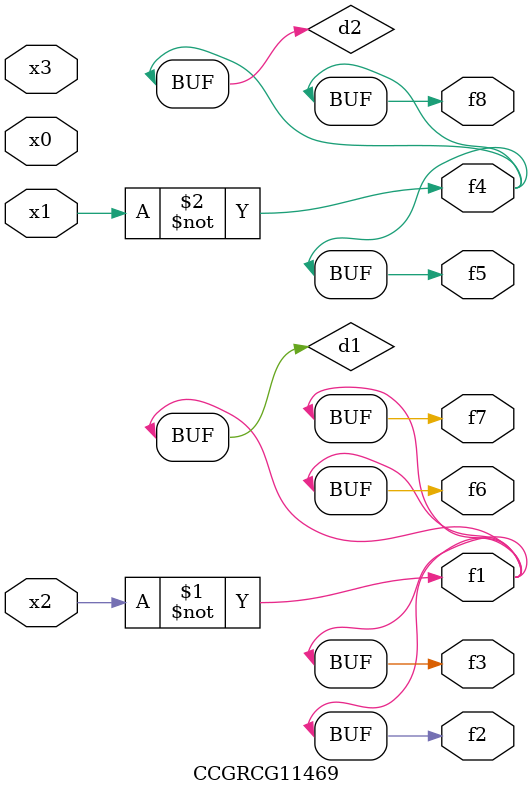
<source format=v>
module CCGRCG11469(
	input x0, x1, x2, x3,
	output f1, f2, f3, f4, f5, f6, f7, f8
);

	wire d1, d2;

	xnor (d1, x2);
	not (d2, x1);
	assign f1 = d1;
	assign f2 = d1;
	assign f3 = d1;
	assign f4 = d2;
	assign f5 = d2;
	assign f6 = d1;
	assign f7 = d1;
	assign f8 = d2;
endmodule

</source>
